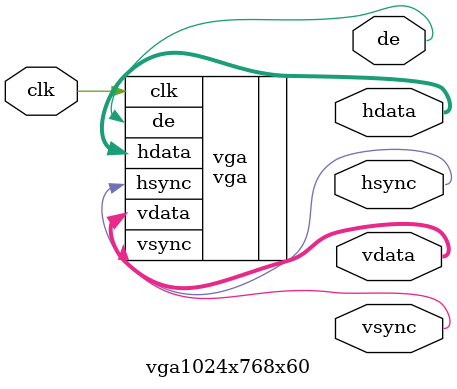
<source format=v>
`timescale 1ns / 100ps
module vga1024x768x60
(
	input wire clk,
	output wire hsync,
	output wire vsync,
	output wire [11:0] hdata,
	output wire [11:0] vdata,
	output wire de
);
	 
	// Instantiate
	vga #(12, 1024, 1032, 1176, 1344, 768, 771, 777, 806, 0, 0) vga (
		.clk(clk), 
		.hdata(hdata),
		.vdata(vdata),
		.hsync(hsync),
		.vsync(vsync),
		.de(de)
	);

endmodule


</source>
